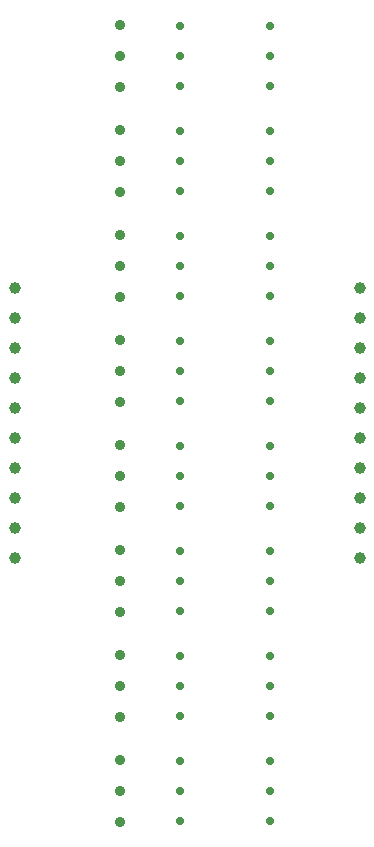
<source format=gbr>
%TF.GenerationSoftware,KiCad,Pcbnew,7.0.11*%
%TF.CreationDate,2024-05-22T14:54:45+02:00*%
%TF.ProjectId,Untitled,556e7469-746c-4656-942e-6b696361645f,1.0*%
%TF.SameCoordinates,Original*%
%TF.FileFunction,Plated,1,2,PTH,Drill*%
%TF.FilePolarity,Positive*%
%FSLAX46Y46*%
G04 Gerber Fmt 4.6, Leading zero omitted, Abs format (unit mm)*
G04 Created by KiCad (PCBNEW 7.0.11) date 2024-05-22 14:54:45*
%MOMM*%
%LPD*%
G01*
G04 APERTURE LIST*
%TA.AperFunction,ComponentDrill*%
%ADD10C,0.700000*%
%TD*%
%TA.AperFunction,ComponentDrill*%
%ADD11C,0.900000*%
%TD*%
%TA.AperFunction,ComponentDrill*%
%ADD12C,1.000000*%
%TD*%
G04 APERTURE END LIST*
D10*
%TO.C,R83*%
X86360000Y-44450000D03*
%TO.C,R81*%
X86360000Y-46990000D03*
%TO.C,R82*%
X86360000Y-49530000D03*
%TO.C,R73*%
X86360000Y-53340000D03*
%TO.C,R71*%
X86360000Y-55880000D03*
%TO.C,R72*%
X86360000Y-58420000D03*
%TO.C,R63*%
X86360000Y-62230000D03*
%TO.C,R61*%
X86360000Y-64770000D03*
%TO.C,R62*%
X86360000Y-67310000D03*
%TO.C,R53*%
X86360000Y-71120000D03*
%TO.C,R51*%
X86360000Y-73660000D03*
%TO.C,R52*%
X86360000Y-76200000D03*
%TO.C,R43*%
X86360000Y-80010000D03*
%TO.C,R41*%
X86360000Y-82550000D03*
%TO.C,R42*%
X86360000Y-85090000D03*
%TO.C,R33*%
X86360000Y-88900000D03*
%TO.C,R31*%
X86360000Y-91440000D03*
%TO.C,R32*%
X86360000Y-93980000D03*
%TO.C,R23*%
X86360000Y-97790000D03*
%TO.C,R21*%
X86360000Y-100330000D03*
%TO.C,R22*%
X86360000Y-102870000D03*
%TO.C,R13*%
X86360000Y-106680000D03*
%TO.C,R11*%
X86360000Y-109220000D03*
%TO.C,R12*%
X86360000Y-111760000D03*
%TO.C,R83*%
X93980000Y-44450000D03*
%TO.C,R81*%
X93980000Y-46990000D03*
%TO.C,R82*%
X93980000Y-49530000D03*
%TO.C,R73*%
X93980000Y-53340000D03*
%TO.C,R71*%
X93980000Y-55880000D03*
%TO.C,R72*%
X93980000Y-58420000D03*
%TO.C,R63*%
X93980000Y-62230000D03*
%TO.C,R61*%
X93980000Y-64770000D03*
%TO.C,R62*%
X93980000Y-67310000D03*
%TO.C,R53*%
X93980000Y-71120000D03*
%TO.C,R51*%
X93980000Y-73660000D03*
%TO.C,R52*%
X93980000Y-76200000D03*
%TO.C,R43*%
X93980000Y-80010000D03*
%TO.C,R41*%
X93980000Y-82550000D03*
%TO.C,R42*%
X93980000Y-85090000D03*
%TO.C,R33*%
X93980000Y-88900000D03*
%TO.C,R31*%
X93980000Y-91440000D03*
%TO.C,R32*%
X93980000Y-93980000D03*
%TO.C,R23*%
X93980000Y-97790000D03*
%TO.C,R21*%
X93980000Y-100330000D03*
%TO.C,R22*%
X93980000Y-102870000D03*
%TO.C,R13*%
X93980000Y-106680000D03*
%TO.C,R11*%
X93980000Y-109220000D03*
%TO.C,R12*%
X93980000Y-111760000D03*
D11*
%TO.C,Q8*%
X81280000Y-44390000D03*
X81280000Y-46990000D03*
X81280000Y-49590000D03*
%TO.C,Q7*%
X81280000Y-53280000D03*
X81280000Y-55880000D03*
X81280000Y-58480000D03*
%TO.C,Q6*%
X81280000Y-62170000D03*
X81280000Y-64770000D03*
X81280000Y-67370000D03*
%TO.C,Q5*%
X81280000Y-71060000D03*
X81280000Y-73660000D03*
X81280000Y-76260000D03*
%TO.C,Q4*%
X81280000Y-79950000D03*
X81280000Y-82550000D03*
X81280000Y-85150000D03*
%TO.C,Q3*%
X81280000Y-88840000D03*
X81280000Y-91440000D03*
X81280000Y-94040000D03*
%TO.C,Q2*%
X81280000Y-97730000D03*
X81280000Y-100330000D03*
X81280000Y-102930000D03*
%TO.C,Q1*%
X81280000Y-106620000D03*
X81280000Y-109220000D03*
X81280000Y-111820000D03*
D12*
%TO.C,J2*%
X72390000Y-66680000D03*
X72390000Y-69220000D03*
X72390000Y-71760000D03*
X72390000Y-74300000D03*
X72390000Y-76840000D03*
X72390000Y-79380000D03*
X72390000Y-81920000D03*
X72390000Y-84460000D03*
X72390000Y-87000000D03*
X72390000Y-89540000D03*
%TO.C,J1*%
X101600000Y-66675000D03*
X101600000Y-69215000D03*
X101600000Y-71755000D03*
X101600000Y-74295000D03*
X101600000Y-76835000D03*
X101600000Y-79375000D03*
X101600000Y-81915000D03*
X101600000Y-84455000D03*
X101600000Y-86995000D03*
X101600000Y-89535000D03*
M02*

</source>
